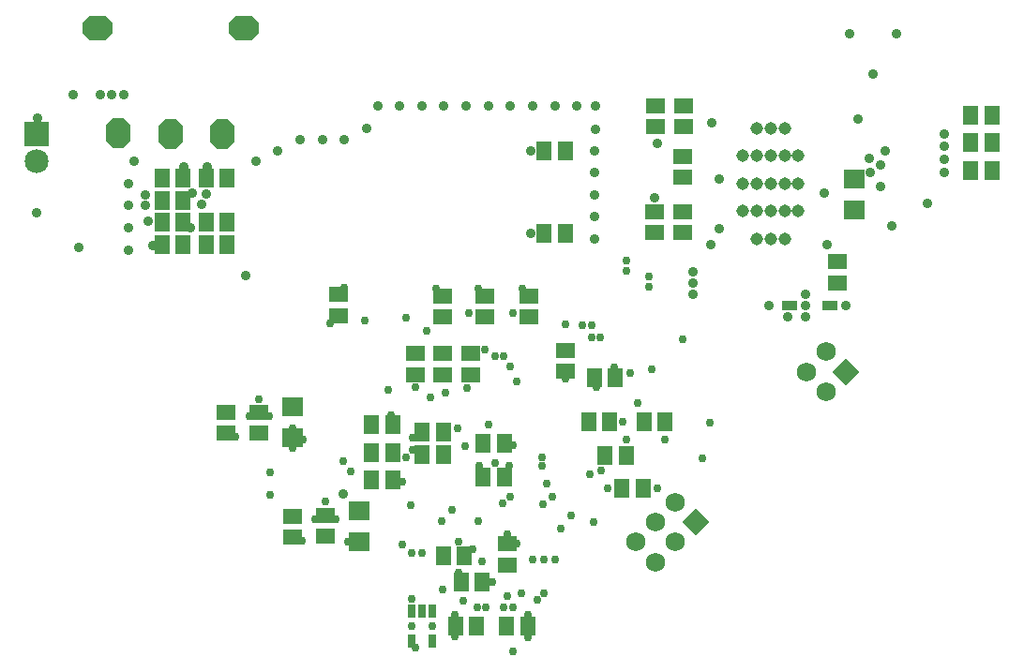
<source format=gbs>
%FSTAX23Y23*%
%MOIN*%
%SFA1B1*%

%IPPOS*%
%AMD90*
4,1,8,0.042500,-0.030700,0.042500,0.030700,0.021200,0.052000,-0.021200,0.052000,-0.042500,0.030700,-0.042500,-0.030700,-0.021200,-0.052000,0.021200,-0.052000,0.042500,-0.030700,0.0*
%
%AMD91*
4,1,8,0.030700,0.042500,-0.030700,0.042500,-0.052000,0.021200,-0.052000,-0.021200,-0.030700,-0.042500,0.030700,-0.042500,0.052000,-0.021200,0.052000,0.021200,0.030700,0.042500,0.0*
%
%AMD95*
4,1,4,0.048400,0.000000,0.000000,0.048400,-0.048400,0.000000,0.000000,-0.048400,0.048400,0.000000,0.0*
%
%ADD52C,0.030000*%
%ADD68R,0.057000X0.065000*%
%ADD70R,0.077000X0.069000*%
%ADD71R,0.065000X0.057000*%
%ADD83R,0.053000X0.033000*%
%ADD88R,0.085000X0.085000*%
%ADD89C,0.085000*%
G04~CAMADD=90~4~0.0~0.0~1040.0~850.0~0.0~212.5~0~0.0~0.0~0.0~0.0~0~0.0~0.0~0.0~0.0~0~0.0~0.0~0.0~270.0~850.0~1040.0*
%ADD90D90*%
G04~CAMADD=91~4~0.0~0.0~1040.0~850.0~0.0~212.5~0~0.0~0.0~0.0~0.0~0~0.0~0.0~0.0~0.0~0~0.0~0.0~0.0~0.0~1040.0~850.0*
%ADD91D91*%
%ADD92C,0.045000*%
%ADD93C,0.006000*%
%ADD94C,0.069000*%
G04~CAMADD=95~10~0.0~685.9~0.0~0.0~0.0~0.0~0~0.0~0.0~0.0~0.0~0~0.0~0.0~0.0~0.0~0~0.0~0.0~0.0~315.0~685.9~0.0*
%ADD95D95*%
%ADD96C,0.035000*%
%ADD97R,0.028000X0.045000*%
%LNpendulum-1*%
%LPD*%
G54D52*
X02346Y01142D03*
X02319Y01177D03*
X0311Y01472D03*
X02272Y01669D03*
X02937Y01461D03*
X02921Y01705D03*
X02764D03*
X02614Y01642D03*
X02394Y01677D03*
X02323Y01795D03*
X02543Y01689D03*
X0248Y01433D03*
X02957Y01791D03*
X02799D03*
X0265D03*
X02059Y01059D03*
Y01138D03*
X02559Y0102D03*
X02335Y0089D03*
X0202Y01398D03*
X02256Y01035D03*
X02173Y00894D03*
X02291Y00972D03*
X0222D03*
X02055Y01339D03*
X01984D03*
X01937Y01264D03*
X02138Y01295D03*
X02177Y01256D03*
X02138Y01224D03*
X02669Y00965D03*
X02598Y0085D03*
X02728Y0089D03*
Y0078D03*
X02673Y0072D03*
X0278Y00866D03*
X03594Y01189D03*
X03209Y00961D03*
X03091Y00937D03*
X03071Y00827D03*
X03031D03*
Y00709D03*
X03008Y00685D03*
X02992Y00827D03*
X02953Y00709D03*
X02563Y0085D03*
X02543Y01193D03*
X03236Y01146D03*
X02528Y01106D03*
X03406Y01799D03*
Y01835D03*
X03327Y01854D03*
Y0189D03*
X03524Y0161D03*
X03232Y01618D03*
X03201D03*
Y01661D03*
X02913Y01516D03*
X0289Y01551D03*
X02858D03*
X02823Y01575D03*
X03169Y01661D03*
X0311Y01665D03*
X02724Y01295D03*
X02681Y01421D03*
X0276Y01437D03*
X02488Y01343D03*
X02795Y00657D03*
X02827D03*
X02921D03*
X0289D03*
X03024Y01193D03*
Y01161D03*
X02811Y00823D03*
X02858Y01173D03*
X02575Y01441D03*
X03622Y01315D03*
X03417Y01504D03*
X03366Y01386D03*
X03339Y01492D03*
X0322Y01441D03*
X03283Y01512D03*
X03311Y01319D03*
X03461Y01256D03*
X03325Y01254D03*
X03197Y0113D03*
X0326Y01083D03*
X03437D03*
X02705Y01004D03*
X02799Y00965D03*
X03043Y01098D03*
X02886Y01028D03*
X03028Y01024D03*
X02752Y01232D03*
X02909Y01161D03*
X02803D03*
X02913Y01051D03*
X0263Y01406D03*
X02835Y01307D03*
X02921Y01236D03*
X02567Y0126D03*
Y01217D03*
X0285Y00748D03*
X02563Y00689D03*
X02921Y005D03*
X02902Y00917D03*
X02937Y00886D03*
X02717Y00555D03*
Y0063D03*
X02976Y00551D03*
Y0063D03*
X02634Y00591D03*
X02563D03*
X0313Y00984D03*
X03063Y01051D03*
X02528Y00882D03*
X02744Y00681D03*
X02902Y00697D03*
X02575Y00516D03*
G54D68*
X03211Y01476D03*
X03285D03*
X03033Y02283D03*
X03108D03*
X01833Y02028D03*
X01907D03*
Y01949D03*
X01833D03*
X0175Y02106D03*
X01675D03*
X02419Y0111D03*
X02494D03*
X02419Y01307D03*
X02494D03*
X04549Y02409D03*
X04624D03*
X04549Y02311D03*
X04624D03*
X04549Y02213D03*
X04624D03*
X03033Y01988D03*
X03108D03*
X02675Y0128D03*
X026D03*
Y01201D03*
X02675D03*
X02892Y01122D03*
X02817D03*
X02892Y0124D03*
X02817D03*
X02494Y01209D03*
X02419D03*
X03325Y01197D03*
X0325D03*
X03384Y01083D03*
X03309D03*
X03388Y01319D03*
X03463D03*
X03191D03*
X03266D03*
X01833Y02185D03*
X01907D03*
X0175D03*
X01675D03*
X0175Y02028D03*
X01675D03*
X02793Y00591D03*
X02719D03*
X02738Y00748D03*
X02813D03*
X02675Y00843D03*
X0275D03*
X029Y00591D03*
X02974D03*
X0175Y01949D03*
X01675D03*
G54D70*
X04134Y02181D03*
Y02071D03*
X02374Y01D03*
Y0089D03*
X02138Y0137D03*
Y0126D03*
G54D71*
X02303Y0177D03*
Y01695D03*
X0298Y01691D03*
Y01766D03*
X02823Y01691D03*
Y01766D03*
X02673Y01691D03*
Y01766D03*
X03429Y02443D03*
Y02368D03*
X02772Y01486D03*
Y01561D03*
X0311Y01573D03*
Y01498D03*
X03524Y02065D03*
Y0199D03*
X02575Y01486D03*
Y01561D03*
X03524Y02187D03*
Y02262D03*
X03425Y0199D03*
Y02065D03*
X03528Y02368D03*
Y02443D03*
X02673Y01561D03*
Y01486D03*
X02902Y00809D03*
Y00884D03*
X02256Y00911D03*
Y00986D03*
X02138Y00982D03*
Y00907D03*
X0202Y01278D03*
Y01352D03*
X01902D03*
Y01278D03*
X04075Y01888D03*
Y01813D03*
G54D83*
X04049Y01732D03*
X03904D03*
G54D88*
X01228Y02343D03*
G54D89*
X01228Y02244D03*
G54D90*
X0189Y02343D03*
X01705D03*
X0152Y02346D03*
G54D91*
X01965Y02718D03*
X01445D03*
G54D92*
X0374Y02067D03*
X03789D03*
X03839D03*
X03888D03*
X03937D03*
X03789Y01969D03*
X03839D03*
X03888D03*
X0374Y02165D03*
X03789D03*
X03839D03*
X03888D03*
X03937D03*
X0374Y02264D03*
X03789D03*
X03839D03*
X03888D03*
X03937D03*
X03839Y02362D03*
X03789D03*
X03888D03*
G54D93*
X03189Y00689D03*
X02362D03*
X01307Y01732D03*
X04252D03*
G54D94*
X04035Y01567D03*
X03965Y01496D03*
X04035Y01425D03*
X035Y01031D03*
X03429Y00961D03*
X03359Y0089D03*
X03429Y00819D03*
X035Y0089D03*
G54D95*
X04106Y01496D03*
X03571Y00961D03*
G54D96*
X03831Y01732D03*
X01457Y0248D03*
X01496D03*
X01539D03*
X01972Y01839D03*
X04457Y02343D03*
X04287Y02697D03*
X04118D03*
X01378Y01937D03*
X01575Y02244D03*
X01555Y02165D03*
Y02008D03*
Y01929D03*
X01228Y02063D03*
X02087Y02283D03*
X02008Y02244D03*
X01835Y02224D03*
X01642Y01945D03*
X01776Y02008D03*
X01555Y02087D03*
X01358Y0248D03*
X01232Y02398D03*
X02402Y02362D03*
X01783Y0213D03*
X02244Y02323D03*
X02165D03*
X02323D03*
X02835Y02441D03*
X02756D03*
X02913D03*
X02441D03*
X02992D03*
X0252D03*
X02677D03*
X03071D03*
X0315D03*
X03217D03*
Y02358D03*
X02598Y02441D03*
X04268Y02016D03*
X03654Y02004D03*
X03961Y01693D03*
Y01732D03*
Y01772D03*
X03563D03*
Y01811D03*
Y0185D03*
X039Y01691D03*
X04039Y01949D03*
X02319Y01063D03*
X02984Y01988D03*
Y02283D03*
X04201Y02555D03*
X04189Y02256D03*
X04106Y01732D03*
X04028Y0213D03*
X03656Y02182D03*
X04192Y02204D03*
X03213Y02047D03*
Y02126D03*
Y02205D03*
X03425Y02114D03*
X03437Y02307D03*
X03627Y01948D03*
X03629Y02383D03*
X0415Y02394D03*
X03213Y02283D03*
Y01969D03*
X01626Y02031D03*
X01614Y02087D03*
Y02126D03*
X01833Y02128D03*
X01752Y02224D03*
X01815Y02091D03*
X04228Y02232D03*
X04457Y02299D03*
Y02205D03*
Y02252D03*
X04228Y02154D03*
X04244Y0228D03*
X04394Y02094D03*
G54D97*
X02561Y00537D03*
X02636D03*
X02563Y00644D03*
X02636D03*
X02598D03*
M02*
</source>
